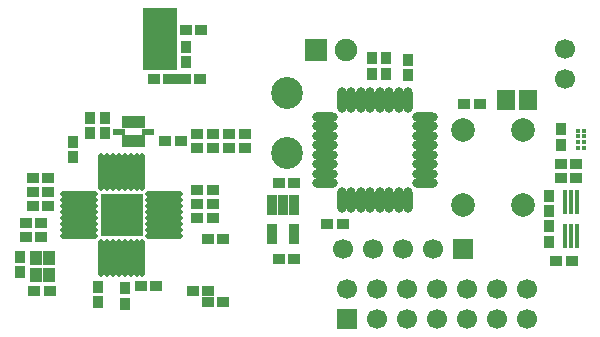
<source format=gts>
%FSLAX24Y24*%
%MOIN*%
G70*
G01*
G75*
G04 Layer_Color=8388736*
%ADD10R,0.0354X0.0276*%
%ADD11R,0.0512X0.0591*%
%ADD12R,0.0276X0.0354*%
%ADD13R,0.0256X0.0630*%
%ADD14O,0.0118X0.1181*%
%ADD15O,0.1181X0.0118*%
%ADD16R,0.1358X0.1358*%
%ADD17O,0.0768X0.0236*%
%ADD18O,0.0236X0.0768*%
%ADD19R,0.0118X0.0315*%
%ADD20R,0.0315X0.0157*%
%ADD21R,0.0118X0.0787*%
%ADD22C,0.0120*%
%ADD23R,0.0335X0.0374*%
%ADD24C,0.0080*%
%ADD25C,0.0197*%
%ADD26C,0.0118*%
%ADD27C,0.0276*%
%ADD28C,0.0200*%
%ADD29C,0.0150*%
%ADD30C,0.0100*%
%ADD31C,0.0250*%
%ADD32C,0.0394*%
%ADD33C,0.0236*%
%ADD34C,0.0984*%
%ADD35C,0.0591*%
%ADD36R,0.0591X0.0591*%
%ADD37C,0.0709*%
%ADD38R,0.0669X0.0669*%
%ADD39C,0.0669*%
%ADD40C,0.0200*%
%ADD41C,0.0394*%
%ADD42C,0.0240*%
%ADD43C,0.0098*%
%ADD44C,0.0079*%
%ADD45C,0.0039*%
%ADD46C,0.0063*%
%ADD47R,0.0285X0.0354*%
%ADD48R,0.1181X0.2116*%
%ADD49R,0.0433X0.0354*%
%ADD50R,0.0591X0.0669*%
%ADD51R,0.0354X0.0433*%
%ADD52R,0.0335X0.0709*%
%ADD53O,0.0197X0.1260*%
%ADD54O,0.1260X0.0197*%
%ADD55R,0.1437X0.1437*%
%ADD56O,0.0846X0.0315*%
%ADD57O,0.0315X0.0846*%
%ADD58R,0.0197X0.0394*%
%ADD59R,0.0394X0.0236*%
%ADD60R,0.0157X0.0827*%
%ADD61C,0.0159*%
%ADD62R,0.0413X0.0453*%
%ADD63C,0.1063*%
%ADD64C,0.0787*%
%ADD65R,0.0748X0.0748*%
%ADD66C,0.0748*%
D38*
X11850Y16299D02*
D03*
X15709Y18622D02*
D03*
D39*
X19134Y24303D02*
D03*
Y25303D02*
D03*
X17850Y17299D02*
D03*
Y16299D02*
D03*
X16850Y17299D02*
D03*
Y16299D02*
D03*
X15850Y17299D02*
D03*
Y16299D02*
D03*
X14850Y17299D02*
D03*
Y16299D02*
D03*
X13850Y17299D02*
D03*
Y16299D02*
D03*
X12850Y17299D02*
D03*
Y16299D02*
D03*
X11850Y17299D02*
D03*
X14709Y18622D02*
D03*
X13709D02*
D03*
X12709D02*
D03*
X11709D02*
D03*
D47*
X6206Y24291D02*
D03*
D48*
X5610Y25615D02*
D03*
D49*
X6713Y17234D02*
D03*
X7224D02*
D03*
X5925Y24291D02*
D03*
X5413D02*
D03*
X10098Y18307D02*
D03*
X9587D02*
D03*
X19508Y20984D02*
D03*
X18996D02*
D03*
Y21457D02*
D03*
X19508D02*
D03*
X18839Y18228D02*
D03*
X19350D02*
D03*
X11713Y19449D02*
D03*
X11201D02*
D03*
X7008Y25945D02*
D03*
X6496D02*
D03*
X6969Y24291D02*
D03*
X6457D02*
D03*
X7736Y16850D02*
D03*
X7224D02*
D03*
X7736Y18976D02*
D03*
X7224D02*
D03*
X4980Y17382D02*
D03*
X5492D02*
D03*
X1890Y20531D02*
D03*
X1378D02*
D03*
X7382Y19665D02*
D03*
X6870D02*
D03*
X1673Y19016D02*
D03*
X1161D02*
D03*
X7382Y20610D02*
D03*
X6870D02*
D03*
X1161Y19508D02*
D03*
X1673D02*
D03*
X1378Y20059D02*
D03*
X1890D02*
D03*
X1378Y21004D02*
D03*
X1890D02*
D03*
X6870Y22461D02*
D03*
X7382D02*
D03*
X7933D02*
D03*
X8445D02*
D03*
X7933Y21988D02*
D03*
X8445D02*
D03*
X1949Y17244D02*
D03*
X1437D02*
D03*
X5807Y22224D02*
D03*
X6319D02*
D03*
X6870Y20138D02*
D03*
X7382D02*
D03*
X7382Y21988D02*
D03*
X6870D02*
D03*
X15768Y23465D02*
D03*
X16280D02*
D03*
X9587Y20827D02*
D03*
X10098D02*
D03*
D50*
X17894Y23583D02*
D03*
X17146D02*
D03*
D51*
X18976Y22618D02*
D03*
Y22106D02*
D03*
X18583Y20413D02*
D03*
Y19902D02*
D03*
X18583Y18878D02*
D03*
Y19390D02*
D03*
X13898Y24429D02*
D03*
Y24941D02*
D03*
X13150Y24469D02*
D03*
Y24980D02*
D03*
X12677Y24469D02*
D03*
Y24980D02*
D03*
X6496Y24862D02*
D03*
Y25374D02*
D03*
X4449Y16811D02*
D03*
Y17323D02*
D03*
X3780Y22480D02*
D03*
Y22992D02*
D03*
X3543Y16850D02*
D03*
Y17362D02*
D03*
X2717Y21693D02*
D03*
Y22205D02*
D03*
X3307Y22992D02*
D03*
Y22480D02*
D03*
X945Y18366D02*
D03*
Y17854D02*
D03*
D52*
X10098Y20098D02*
D03*
X9724D02*
D03*
X9350D02*
D03*
Y19114D02*
D03*
X10098D02*
D03*
D53*
X3661Y18346D02*
D03*
X3858D02*
D03*
X4055D02*
D03*
X4252D02*
D03*
X4449D02*
D03*
X4646D02*
D03*
X4843D02*
D03*
X5039D02*
D03*
Y21181D02*
D03*
X4843D02*
D03*
X4646D02*
D03*
X4449D02*
D03*
X4252D02*
D03*
X4055D02*
D03*
X3858D02*
D03*
X3661D02*
D03*
D54*
X5768Y19075D02*
D03*
Y19272D02*
D03*
Y19468D02*
D03*
Y19665D02*
D03*
Y19862D02*
D03*
Y20059D02*
D03*
Y20256D02*
D03*
Y20453D02*
D03*
X2933D02*
D03*
Y20256D02*
D03*
Y20059D02*
D03*
Y19862D02*
D03*
Y19665D02*
D03*
Y19468D02*
D03*
Y19272D02*
D03*
Y19075D02*
D03*
D55*
X4350Y19764D02*
D03*
D56*
X11132Y20827D02*
D03*
Y21772D02*
D03*
Y21142D02*
D03*
Y21457D02*
D03*
Y22717D02*
D03*
Y22087D02*
D03*
Y22402D02*
D03*
Y23031D02*
D03*
X14459Y21457D02*
D03*
Y20827D02*
D03*
Y21142D02*
D03*
Y21772D02*
D03*
Y22717D02*
D03*
Y22087D02*
D03*
Y22402D02*
D03*
Y23031D02*
D03*
D57*
X12008Y20266D02*
D03*
X11693D02*
D03*
X12638D02*
D03*
X12323D02*
D03*
X11693Y23593D02*
D03*
X12323D02*
D03*
X12008D02*
D03*
X12953Y20266D02*
D03*
X13583D02*
D03*
X13268D02*
D03*
X13898D02*
D03*
X12638Y23593D02*
D03*
X12953D02*
D03*
X13583D02*
D03*
X13268D02*
D03*
X13898D02*
D03*
D58*
X4449Y22224D02*
D03*
X4646D02*
D03*
X4843D02*
D03*
X5039D02*
D03*
Y22854D02*
D03*
X4843D02*
D03*
X4646D02*
D03*
X4449D02*
D03*
D59*
X5217Y22539D02*
D03*
X4272D02*
D03*
D60*
X19134Y19055D02*
D03*
X19331D02*
D03*
X19528D02*
D03*
Y20197D02*
D03*
X19331D02*
D03*
X19134D02*
D03*
D61*
X19547Y22579D02*
D03*
X19744D02*
D03*
X19547Y22382D02*
D03*
X19744D02*
D03*
X19547Y22185D02*
D03*
X19744D02*
D03*
X19547Y21988D02*
D03*
X19744D02*
D03*
D62*
X1929Y18346D02*
D03*
Y17776D02*
D03*
X1476D02*
D03*
Y18346D02*
D03*
D63*
X9843Y23835D02*
D03*
Y21835D02*
D03*
D64*
X15732Y20102D02*
D03*
Y22602D02*
D03*
X17732D02*
D03*
Y20102D02*
D03*
D65*
X10811Y25276D02*
D03*
D66*
X11811D02*
D03*
M02*

</source>
